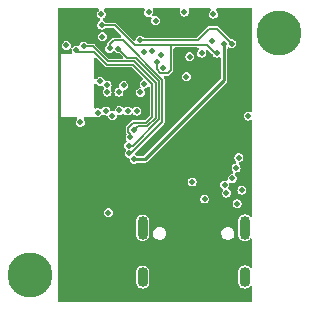
<source format=gbr>
%TF.GenerationSoftware,KiCad,Pcbnew,(6.0.4)*%
%TF.CreationDate,2023-01-18T18:35:58+00:00*%
%TF.ProjectId,PrettySmallRobot,50726574-7479-4536-9d61-6c6c526f626f,rev?*%
%TF.SameCoordinates,Original*%
%TF.FileFunction,Copper,L3,Inr*%
%TF.FilePolarity,Positive*%
%FSLAX46Y46*%
G04 Gerber Fmt 4.6, Leading zero omitted, Abs format (unit mm)*
G04 Created by KiCad (PCBNEW (6.0.4)) date 2023-01-18 18:35:58*
%MOMM*%
%LPD*%
G01*
G04 APERTURE LIST*
%TA.AperFunction,ComponentPad*%
%ADD10C,3.800000*%
%TD*%
%TA.AperFunction,ComponentPad*%
%ADD11O,0.900000X1.700000*%
%TD*%
%TA.AperFunction,ComponentPad*%
%ADD12O,0.900000X2.000000*%
%TD*%
%TA.AperFunction,ViaPad*%
%ADD13C,0.500000*%
%TD*%
%TA.AperFunction,Conductor*%
%ADD14C,0.175000*%
%TD*%
%TA.AperFunction,Conductor*%
%ADD15C,0.150000*%
%TD*%
%TA.AperFunction,Conductor*%
%ADD16C,0.293370*%
%TD*%
%TA.AperFunction,Conductor*%
%ADD17C,0.254000*%
%TD*%
G04 APERTURE END LIST*
D10*
%TO.N,N/C*%
%TO.C,H2*%
X125050000Y-119200000D03*
%TD*%
%TO.N,N/C*%
%TO.C,H1*%
X146150000Y-98700000D03*
%TD*%
D11*
%TO.N,GND*%
%TO.C,J1*%
X143250000Y-119350000D03*
X134600000Y-119350000D03*
D12*
X143250000Y-115180000D03*
X134600000Y-115180000D03*
%TD*%
D13*
%TO.N,GND*%
X143550000Y-105730000D03*
%TO.N,/VBUS*%
X143000000Y-112000000D03*
X142510000Y-110120000D03*
%TO.N,+BATT*%
X140900000Y-100400000D03*
X135786500Y-101180000D03*
X131136000Y-98022276D03*
X141500000Y-99600000D03*
X134390000Y-99310000D03*
X133900000Y-109400000D03*
X142150000Y-99600000D03*
%TO.N,GND*%
X138140000Y-96920000D03*
X138600000Y-100700000D03*
X131600000Y-103700000D03*
X133000000Y-103130000D03*
X131010000Y-102790000D03*
X131600000Y-103100000D03*
X132600000Y-103700000D03*
X141550000Y-111550000D03*
X135700000Y-97660000D03*
X140450000Y-99400000D03*
X131490000Y-105300000D03*
X130800000Y-105450000D03*
X139600000Y-100400000D03*
X141700000Y-112250000D03*
X128150000Y-99750000D03*
X136120000Y-100580000D03*
X142599948Y-113139948D03*
X129340000Y-106250000D03*
X135400000Y-100250000D03*
X132635606Y-105246228D03*
X139850000Y-112750000D03*
X133330000Y-105290000D03*
X140600000Y-97100000D03*
%TO.N,+3V3*%
X128550000Y-106700000D03*
X129150000Y-119350000D03*
X140600000Y-111100000D03*
X142450000Y-101900000D03*
X128550000Y-109800000D03*
X137700000Y-111200000D03*
X131150000Y-99650000D03*
X129950000Y-119600000D03*
X130700000Y-117900000D03*
X140200000Y-102250000D03*
X131350000Y-101900000D03*
%TO.N,/~{RESET}*%
X132050000Y-105700000D03*
X134750000Y-103000000D03*
%TO.N,Net-(R7-Pad1)*%
X138800000Y-111300000D03*
%TO.N,Net-(D1-Pad1)*%
X142200000Y-111000000D03*
%TO.N,Net-(C22-Pad1)*%
X131700000Y-113900000D03*
%TO.N,/MOTORB_OUT1*%
X134750000Y-100300000D03*
%TO.N,/MOTORB_OUT2*%
X131200000Y-99000000D03*
%TO.N,/MOTORB_IN1*%
X133408623Y-108229895D03*
X132530000Y-100010000D03*
%TO.N,/MOTORA_OUT1*%
X131100000Y-97120000D03*
%TO.N,/MOTORA_OUT2*%
X135100000Y-96950000D03*
%TO.N,/MOTORA_IN1*%
X129600000Y-99800000D03*
X133900000Y-106900000D03*
%TO.N,/VDDA*%
X134410000Y-103730000D03*
X138300000Y-102400000D03*
X136300000Y-101650000D03*
%TO.N,/VDD3P3*%
X134100000Y-105300000D03*
%TO.N,/MOTORA_IN2*%
X129000000Y-100170000D03*
X133551500Y-107540000D03*
%TO.N,/MOTORB_IN2*%
X131800000Y-100000000D03*
X133480000Y-108890000D03*
%TO.N,/VDD_SPI*%
X142750000Y-109250000D03*
%TD*%
D14*
%TO.N,+BATT*%
X131163724Y-98050000D02*
X132250000Y-98050000D01*
X137000000Y-99700000D02*
X140050000Y-99700000D01*
X132250000Y-98050000D02*
X133950000Y-99750000D01*
X140900000Y-98350000D02*
X142150000Y-99600000D01*
X140550000Y-100200000D02*
X140750000Y-100400000D01*
X133950000Y-99750000D02*
X134350000Y-99750000D01*
D15*
X136112977Y-102101511D02*
X136748489Y-102101511D01*
X135786500Y-101180000D02*
X135786500Y-101775034D01*
X135786500Y-101775034D02*
X136112977Y-102101511D01*
D14*
X140250000Y-98350000D02*
X140900000Y-98350000D01*
D16*
X141500000Y-102700000D02*
X141500000Y-99600000D01*
D14*
X134400000Y-99300000D02*
X139300000Y-99300000D01*
D16*
X134800000Y-109400000D02*
X141500000Y-102700000D01*
X133900000Y-109400000D02*
X134800000Y-109400000D01*
D15*
X136748489Y-102101511D02*
X137000000Y-101850000D01*
D14*
X134390000Y-99310000D02*
X134400000Y-99300000D01*
X131136000Y-98022276D02*
X131163724Y-98050000D01*
X134400000Y-99700000D02*
X137000000Y-99700000D01*
D15*
X137000000Y-101850000D02*
X137000000Y-99700000D01*
D14*
X140750000Y-100400000D02*
X140900000Y-100400000D01*
X140050000Y-99700000D02*
X140550000Y-100200000D01*
X139300000Y-99300000D02*
X140250000Y-98350000D01*
X134350000Y-99750000D02*
X134400000Y-99700000D01*
D17*
%TO.N,+3V3*%
X127750000Y-106600000D02*
X127550000Y-106400000D01*
X127550000Y-106400000D02*
X127550000Y-100150000D01*
X127750000Y-107300000D02*
X127750000Y-106600000D01*
D15*
%TO.N,/MOTORB_IN1*%
X136000000Y-102797628D02*
X134002372Y-100800000D01*
X134002372Y-100800000D02*
X133320000Y-100800000D01*
X133772477Y-108229895D02*
X136000000Y-106002372D01*
X133320000Y-100800000D02*
X132530000Y-100010000D01*
X136000000Y-106002372D02*
X136000000Y-102797628D01*
X133408623Y-108229895D02*
X133772477Y-108229895D01*
%TO.N,/MOTORA_IN1*%
X135700000Y-105900000D02*
X135700000Y-102900000D01*
X133900000Y-106900000D02*
X134200000Y-106600000D01*
X135000000Y-106600000D02*
X135700000Y-105900000D01*
X131700000Y-101100000D02*
X130400000Y-99800000D01*
X133900000Y-101100000D02*
X131700000Y-101100000D01*
X135700000Y-102900000D02*
X133900000Y-101100000D01*
X134200000Y-106600000D02*
X135000000Y-106600000D01*
X130400000Y-99800000D02*
X129600000Y-99800000D01*
%TO.N,/MOTORA_IN2*%
X135415480Y-103017852D02*
X135415480Y-105782148D01*
X133400000Y-106700000D02*
X133400000Y-107100000D01*
X135415480Y-105782148D02*
X134897628Y-106300000D01*
X133800000Y-106300000D02*
X133400000Y-106700000D01*
X133798814Y-101401186D02*
X135415480Y-103017852D01*
X130497628Y-100300000D02*
X131598814Y-101401186D01*
X133400000Y-107100000D02*
X133551500Y-107251500D01*
X131598814Y-101401186D02*
X133798814Y-101401186D01*
X133551500Y-107251500D02*
X133551500Y-107540000D01*
X129000000Y-100170000D02*
X129130000Y-100300000D01*
X129130000Y-100300000D02*
X130497628Y-100300000D01*
X134897628Y-106300000D02*
X133800000Y-106300000D01*
%TO.N,/MOTORB_IN2*%
X136284520Y-106215480D02*
X136284520Y-102679776D01*
X132904744Y-99300000D02*
X132150000Y-99300000D01*
X131800000Y-99650000D02*
X131800000Y-100000000D01*
X132150000Y-99300000D02*
X131800000Y-99650000D01*
X133480000Y-108890000D02*
X133610000Y-108890000D01*
X133610000Y-108890000D02*
X136284520Y-106215480D01*
X136284520Y-102679776D02*
X132904744Y-99300000D01*
%TD*%
%TA.AperFunction,Conductor*%
%TO.N,+3V3*%
G36*
X134717163Y-96620002D02*
G01*
X134763656Y-96673658D01*
X134773760Y-96743932D01*
X134761308Y-96783204D01*
X134745059Y-96815095D01*
X134736500Y-96831892D01*
X134717794Y-96950000D01*
X134736500Y-97068108D01*
X134790789Y-97174655D01*
X134875345Y-97259211D01*
X134884177Y-97263711D01*
X134884178Y-97263712D01*
X134911816Y-97277794D01*
X134981892Y-97313500D01*
X135100000Y-97332206D01*
X135109793Y-97330655D01*
X135208311Y-97315052D01*
X135208313Y-97315051D01*
X135218108Y-97313500D01*
X135218176Y-97313932D01*
X135282105Y-97312103D01*
X135342904Y-97348764D01*
X135374232Y-97412475D01*
X135366141Y-97483009D01*
X135362345Y-97491168D01*
X135341001Y-97533058D01*
X135336500Y-97541892D01*
X135317794Y-97660000D01*
X135336500Y-97778108D01*
X135350943Y-97806454D01*
X135384431Y-97872176D01*
X135390789Y-97884655D01*
X135475345Y-97969211D01*
X135484177Y-97973711D01*
X135484178Y-97973712D01*
X135528618Y-97996355D01*
X135581892Y-98023500D01*
X135700000Y-98042206D01*
X135818108Y-98023500D01*
X135871382Y-97996355D01*
X135915822Y-97973712D01*
X135915823Y-97973711D01*
X135924655Y-97969211D01*
X136009211Y-97884655D01*
X136015570Y-97872176D01*
X136049057Y-97806454D01*
X136063500Y-97778108D01*
X136082206Y-97660000D01*
X136063500Y-97541892D01*
X136036356Y-97488619D01*
X136013712Y-97444178D01*
X136013711Y-97444177D01*
X136009211Y-97435345D01*
X135924655Y-97350789D01*
X135915823Y-97346289D01*
X135915822Y-97346288D01*
X135842638Y-97308999D01*
X135818108Y-97296500D01*
X135700000Y-97277794D01*
X135690207Y-97279345D01*
X135591689Y-97294948D01*
X135591687Y-97294949D01*
X135581892Y-97296500D01*
X135581824Y-97296068D01*
X135517895Y-97297897D01*
X135457096Y-97261236D01*
X135425768Y-97197525D01*
X135433859Y-97126991D01*
X135437655Y-97118832D01*
X135458999Y-97076942D01*
X135458999Y-97076941D01*
X135463500Y-97068108D01*
X135482206Y-96950000D01*
X135463500Y-96831892D01*
X135454942Y-96815095D01*
X135438692Y-96783204D01*
X135425587Y-96713427D01*
X135452286Y-96647643D01*
X135510313Y-96606736D01*
X135550958Y-96600000D01*
X137673756Y-96600000D01*
X137741877Y-96620002D01*
X137788370Y-96673658D01*
X137798474Y-96743932D01*
X137786023Y-96783203D01*
X137776500Y-96801892D01*
X137774949Y-96811685D01*
X137763468Y-96884178D01*
X137757794Y-96920000D01*
X137776500Y-97038108D01*
X137781001Y-97046941D01*
X137821789Y-97126991D01*
X137830789Y-97144655D01*
X137915345Y-97229211D01*
X137924177Y-97233711D01*
X137924178Y-97233712D01*
X137960463Y-97252200D01*
X138021892Y-97283500D01*
X138140000Y-97302206D01*
X138258108Y-97283500D01*
X138319537Y-97252200D01*
X138355822Y-97233712D01*
X138355823Y-97233711D01*
X138364655Y-97229211D01*
X138449211Y-97144655D01*
X138458212Y-97126991D01*
X138498999Y-97046941D01*
X138503500Y-97038108D01*
X138522206Y-96920000D01*
X138516533Y-96884178D01*
X138505051Y-96811685D01*
X138503500Y-96801892D01*
X138493978Y-96783204D01*
X138480873Y-96713429D01*
X138507572Y-96647643D01*
X138565598Y-96606736D01*
X138606244Y-96600000D01*
X140261944Y-96600000D01*
X140330065Y-96620002D01*
X140376558Y-96673658D01*
X140386662Y-96743932D01*
X140357168Y-96808512D01*
X140351039Y-96815095D01*
X140290789Y-96875345D01*
X140286289Y-96884177D01*
X140286288Y-96884178D01*
X140280598Y-96895345D01*
X140236500Y-96981892D01*
X140217794Y-97100000D01*
X140219345Y-97109793D01*
X140224866Y-97144655D01*
X140236500Y-97218108D01*
X140244451Y-97233712D01*
X140285428Y-97314133D01*
X140290789Y-97324655D01*
X140375345Y-97409211D01*
X140384177Y-97413711D01*
X140384178Y-97413712D01*
X140414597Y-97429211D01*
X140481892Y-97463500D01*
X140600000Y-97482206D01*
X140718108Y-97463500D01*
X140785403Y-97429211D01*
X140815822Y-97413712D01*
X140815823Y-97413711D01*
X140824655Y-97409211D01*
X140909211Y-97324655D01*
X140914573Y-97314133D01*
X140955549Y-97233712D01*
X140963500Y-97218108D01*
X140975134Y-97144655D01*
X140980655Y-97109793D01*
X140982206Y-97100000D01*
X140963500Y-96981892D01*
X140919402Y-96895345D01*
X140913712Y-96884178D01*
X140913711Y-96884177D01*
X140909211Y-96875345D01*
X140848961Y-96815095D01*
X140814935Y-96752783D01*
X140820000Y-96681968D01*
X140862547Y-96625132D01*
X140929067Y-96600321D01*
X140938056Y-96600000D01*
X143774000Y-96600000D01*
X143842121Y-96620002D01*
X143888614Y-96673658D01*
X143900000Y-96726000D01*
X143900000Y-100948918D01*
X143899802Y-100949000D01*
X143899235Y-100949235D01*
X143898918Y-100950000D01*
X143899000Y-100950198D01*
X143899000Y-105278532D01*
X143878998Y-105346653D01*
X143825342Y-105393146D01*
X143755068Y-105403250D01*
X143715797Y-105390799D01*
X143713016Y-105389382D01*
X143668108Y-105366500D01*
X143550000Y-105347794D01*
X143431892Y-105366500D01*
X143384223Y-105390789D01*
X143334178Y-105416288D01*
X143334177Y-105416289D01*
X143325345Y-105420789D01*
X143240789Y-105505345D01*
X143236289Y-105514177D01*
X143236288Y-105514178D01*
X143226718Y-105532961D01*
X143186500Y-105611892D01*
X143167794Y-105730000D01*
X143186500Y-105848108D01*
X143240789Y-105954655D01*
X143325345Y-106039211D01*
X143334177Y-106043711D01*
X143334178Y-106043712D01*
X143358485Y-106056097D01*
X143431892Y-106093500D01*
X143550000Y-106112206D01*
X143668108Y-106093500D01*
X143715797Y-106069201D01*
X143785573Y-106056097D01*
X143851358Y-106082797D01*
X143892265Y-106140824D01*
X143899000Y-106181468D01*
X143899000Y-114155962D01*
X143878998Y-114224083D01*
X143825342Y-114270576D01*
X143755068Y-114280680D01*
X143690488Y-114251186D01*
X143673037Y-114232665D01*
X143666906Y-114224675D01*
X143661878Y-114218122D01*
X143541242Y-114125555D01*
X143400758Y-114067365D01*
X143250000Y-114047517D01*
X143099242Y-114067365D01*
X142958759Y-114125555D01*
X142838122Y-114218122D01*
X142833096Y-114224672D01*
X142797873Y-114270576D01*
X142745555Y-114338759D01*
X142687365Y-114479242D01*
X142672500Y-114592151D01*
X142672500Y-115767849D01*
X142687365Y-115880758D01*
X142745555Y-116021241D01*
X142838122Y-116141878D01*
X142844672Y-116146904D01*
X142844673Y-116146905D01*
X142886137Y-116178721D01*
X142958758Y-116234445D01*
X143099242Y-116292635D01*
X143250000Y-116312483D01*
X143400758Y-116292635D01*
X143541241Y-116234445D01*
X143583793Y-116201794D01*
X143655328Y-116146904D01*
X143661878Y-116141878D01*
X143673037Y-116127335D01*
X143730374Y-116085467D01*
X143801245Y-116081245D01*
X143863148Y-116116008D01*
X143896430Y-116178721D01*
X143899000Y-116204038D01*
X143899000Y-118475962D01*
X143878998Y-118544083D01*
X143825342Y-118590576D01*
X143755068Y-118600680D01*
X143690488Y-118571186D01*
X143673037Y-118552665D01*
X143666906Y-118544675D01*
X143661878Y-118538122D01*
X143541242Y-118445555D01*
X143400758Y-118387365D01*
X143250000Y-118367517D01*
X143099242Y-118387365D01*
X142958759Y-118445555D01*
X142838122Y-118538122D01*
X142745555Y-118658759D01*
X142687365Y-118799242D01*
X142672500Y-118912151D01*
X142672500Y-119787849D01*
X142687365Y-119900758D01*
X142745555Y-120041241D01*
X142838122Y-120161878D01*
X142958758Y-120254445D01*
X143099242Y-120312635D01*
X143250000Y-120332483D01*
X143400758Y-120312635D01*
X143541241Y-120254445D01*
X143661878Y-120161878D01*
X143673037Y-120147335D01*
X143730374Y-120105467D01*
X143801245Y-120101245D01*
X143863148Y-120136008D01*
X143896430Y-120198721D01*
X143899000Y-120224038D01*
X143899000Y-121323000D01*
X143878998Y-121391121D01*
X143825342Y-121437614D01*
X143773000Y-121449000D01*
X127526000Y-121449000D01*
X127457879Y-121428998D01*
X127411386Y-121375342D01*
X127400000Y-121323000D01*
X127400000Y-119787849D01*
X134022500Y-119787849D01*
X134037365Y-119900758D01*
X134095555Y-120041241D01*
X134188122Y-120161878D01*
X134308758Y-120254445D01*
X134449242Y-120312635D01*
X134600000Y-120332483D01*
X134750758Y-120312635D01*
X134891241Y-120254445D01*
X135011878Y-120161878D01*
X135104445Y-120041241D01*
X135162635Y-119900758D01*
X135177500Y-119787849D01*
X135177500Y-118912151D01*
X135162635Y-118799242D01*
X135104445Y-118658759D01*
X135011878Y-118538122D01*
X134891242Y-118445555D01*
X134750758Y-118387365D01*
X134600000Y-118367517D01*
X134449242Y-118387365D01*
X134308759Y-118445555D01*
X134188122Y-118538122D01*
X134095555Y-118658759D01*
X134037365Y-118799242D01*
X134022500Y-118912151D01*
X134022500Y-119787849D01*
X127400000Y-119787849D01*
X127400000Y-115767849D01*
X134022500Y-115767849D01*
X134037365Y-115880758D01*
X134095555Y-116021241D01*
X134188122Y-116141878D01*
X134194672Y-116146904D01*
X134194673Y-116146905D01*
X134236137Y-116178721D01*
X134308758Y-116234445D01*
X134449242Y-116292635D01*
X134600000Y-116312483D01*
X134750758Y-116292635D01*
X134891241Y-116234445D01*
X134933793Y-116201794D01*
X135005328Y-116146904D01*
X135011878Y-116141878D01*
X135087454Y-116043385D01*
X135099416Y-116027795D01*
X135104445Y-116021241D01*
X135162635Y-115880758D01*
X135177500Y-115767849D01*
X135177500Y-115704891D01*
X135480420Y-115704891D01*
X135510233Y-115852743D01*
X135578707Y-115987132D01*
X135680799Y-116098156D01*
X135727860Y-116127335D01*
X135801687Y-116173110D01*
X135801690Y-116173111D01*
X135808986Y-116177635D01*
X135953825Y-116219715D01*
X135960803Y-116220227D01*
X135962208Y-116220331D01*
X135962219Y-116220331D01*
X135964515Y-116220500D01*
X136072785Y-116220500D01*
X136077030Y-116219918D01*
X136077037Y-116219918D01*
X136137522Y-116211632D01*
X136184432Y-116205206D01*
X136242608Y-116180031D01*
X136314971Y-116148717D01*
X136314973Y-116148716D01*
X136322855Y-116145305D01*
X136440070Y-116050386D01*
X136527442Y-115927442D01*
X136578533Y-115785532D01*
X136584455Y-115704891D01*
X141260420Y-115704891D01*
X141290233Y-115852743D01*
X141358707Y-115987132D01*
X141460799Y-116098156D01*
X141507860Y-116127335D01*
X141581687Y-116173110D01*
X141581690Y-116173111D01*
X141588986Y-116177635D01*
X141733825Y-116219715D01*
X141740803Y-116220227D01*
X141742208Y-116220331D01*
X141742219Y-116220331D01*
X141744515Y-116220500D01*
X141852785Y-116220500D01*
X141857030Y-116219918D01*
X141857037Y-116219918D01*
X141917522Y-116211632D01*
X141964432Y-116205206D01*
X142022608Y-116180031D01*
X142094971Y-116148717D01*
X142094973Y-116148716D01*
X142102855Y-116145305D01*
X142220070Y-116050386D01*
X142307442Y-115927442D01*
X142358533Y-115785532D01*
X142369580Y-115635109D01*
X142339767Y-115487257D01*
X142271293Y-115352868D01*
X142169201Y-115241844D01*
X142087654Y-115191283D01*
X142048313Y-115166890D01*
X142048310Y-115166889D01*
X142041014Y-115162365D01*
X141896175Y-115120285D01*
X141889197Y-115119773D01*
X141887792Y-115119669D01*
X141887781Y-115119669D01*
X141885485Y-115119500D01*
X141777215Y-115119500D01*
X141772970Y-115120082D01*
X141772963Y-115120082D01*
X141712478Y-115128368D01*
X141665568Y-115134794D01*
X141657684Y-115138206D01*
X141657683Y-115138206D01*
X141535029Y-115191283D01*
X141535027Y-115191284D01*
X141527145Y-115194695D01*
X141409930Y-115289614D01*
X141322558Y-115412558D01*
X141271467Y-115554468D01*
X141260420Y-115704891D01*
X136584455Y-115704891D01*
X136589580Y-115635109D01*
X136559767Y-115487257D01*
X136491293Y-115352868D01*
X136389201Y-115241844D01*
X136307654Y-115191283D01*
X136268313Y-115166890D01*
X136268310Y-115166889D01*
X136261014Y-115162365D01*
X136116175Y-115120285D01*
X136109197Y-115119773D01*
X136107792Y-115119669D01*
X136107781Y-115119669D01*
X136105485Y-115119500D01*
X135997215Y-115119500D01*
X135992970Y-115120082D01*
X135992963Y-115120082D01*
X135932478Y-115128368D01*
X135885568Y-115134794D01*
X135877684Y-115138206D01*
X135877683Y-115138206D01*
X135755029Y-115191283D01*
X135755027Y-115191284D01*
X135747145Y-115194695D01*
X135629930Y-115289614D01*
X135542558Y-115412558D01*
X135491467Y-115554468D01*
X135480420Y-115704891D01*
X135177500Y-115704891D01*
X135177500Y-114592151D01*
X135162635Y-114479242D01*
X135104445Y-114338759D01*
X135011878Y-114218122D01*
X134891242Y-114125555D01*
X134750758Y-114067365D01*
X134600000Y-114047517D01*
X134449242Y-114067365D01*
X134308759Y-114125555D01*
X134188122Y-114218122D01*
X134183096Y-114224672D01*
X134147873Y-114270576D01*
X134095555Y-114338759D01*
X134037365Y-114479242D01*
X134022500Y-114592151D01*
X134022500Y-115767849D01*
X127400000Y-115767849D01*
X127400000Y-113900000D01*
X131317794Y-113900000D01*
X131336500Y-114018108D01*
X131390789Y-114124655D01*
X131475345Y-114209211D01*
X131484177Y-114213711D01*
X131484178Y-114213712D01*
X131528618Y-114236355D01*
X131581892Y-114263500D01*
X131700000Y-114282206D01*
X131818108Y-114263500D01*
X131871381Y-114236356D01*
X131915822Y-114213712D01*
X131915823Y-114213711D01*
X131924655Y-114209211D01*
X132009211Y-114124655D01*
X132063500Y-114018108D01*
X132082206Y-113900000D01*
X132063500Y-113781892D01*
X132009211Y-113675345D01*
X131924655Y-113590789D01*
X131915823Y-113586289D01*
X131915822Y-113586288D01*
X131871382Y-113563645D01*
X131818108Y-113536500D01*
X131700000Y-113517794D01*
X131581892Y-113536500D01*
X131528619Y-113563644D01*
X131484178Y-113586288D01*
X131484177Y-113586289D01*
X131475345Y-113590789D01*
X131390789Y-113675345D01*
X131336500Y-113781892D01*
X131317794Y-113900000D01*
X127400000Y-113900000D01*
X127400000Y-113139948D01*
X142217742Y-113139948D01*
X142236448Y-113258056D01*
X142290737Y-113364603D01*
X142375293Y-113449159D01*
X142384125Y-113453659D01*
X142384126Y-113453660D01*
X142428567Y-113476304D01*
X142481840Y-113503448D01*
X142599948Y-113522154D01*
X142718056Y-113503448D01*
X142771329Y-113476304D01*
X142815770Y-113453660D01*
X142815771Y-113453659D01*
X142824603Y-113449159D01*
X142909159Y-113364603D01*
X142963448Y-113258056D01*
X142982154Y-113139948D01*
X142963448Y-113021840D01*
X142909159Y-112915293D01*
X142824603Y-112830737D01*
X142815771Y-112826237D01*
X142815770Y-112826236D01*
X142771329Y-112803592D01*
X142718056Y-112776448D01*
X142599948Y-112757742D01*
X142481840Y-112776448D01*
X142428567Y-112803592D01*
X142384126Y-112826236D01*
X142384125Y-112826237D01*
X142375293Y-112830737D01*
X142290737Y-112915293D01*
X142236448Y-113021840D01*
X142217742Y-113139948D01*
X127400000Y-113139948D01*
X127400000Y-112750000D01*
X139467794Y-112750000D01*
X139486500Y-112868108D01*
X139540789Y-112974655D01*
X139625345Y-113059211D01*
X139634177Y-113063711D01*
X139634178Y-113063712D01*
X139678618Y-113086355D01*
X139731892Y-113113500D01*
X139850000Y-113132206D01*
X139968108Y-113113500D01*
X140021382Y-113086355D01*
X140065822Y-113063712D01*
X140065823Y-113063711D01*
X140074655Y-113059211D01*
X140159211Y-112974655D01*
X140213500Y-112868108D01*
X140232206Y-112750000D01*
X140213500Y-112631892D01*
X140176467Y-112559211D01*
X140163712Y-112534178D01*
X140163711Y-112534177D01*
X140159211Y-112525345D01*
X140074655Y-112440789D01*
X140065823Y-112436289D01*
X140065822Y-112436288D01*
X140021382Y-112413645D01*
X139968108Y-112386500D01*
X139850000Y-112367794D01*
X139731892Y-112386500D01*
X139678618Y-112413645D01*
X139634178Y-112436288D01*
X139634177Y-112436289D01*
X139625345Y-112440789D01*
X139540789Y-112525345D01*
X139536289Y-112534177D01*
X139536288Y-112534178D01*
X139523533Y-112559211D01*
X139486500Y-112631892D01*
X139467794Y-112750000D01*
X127400000Y-112750000D01*
X127400000Y-111300000D01*
X138417794Y-111300000D01*
X138436500Y-111418108D01*
X138444118Y-111433059D01*
X138479995Y-111503470D01*
X138490789Y-111524655D01*
X138575345Y-111609211D01*
X138584177Y-111613711D01*
X138584178Y-111613712D01*
X138625858Y-111634949D01*
X138681892Y-111663500D01*
X138800000Y-111682206D01*
X138918108Y-111663500D01*
X138974142Y-111634949D01*
X139015822Y-111613712D01*
X139015823Y-111613711D01*
X139024655Y-111609211D01*
X139083866Y-111550000D01*
X141167794Y-111550000D01*
X141186500Y-111668108D01*
X141240789Y-111774655D01*
X141325345Y-111859211D01*
X141334177Y-111863711D01*
X141342205Y-111869544D01*
X141341087Y-111871082D01*
X141383850Y-111911469D01*
X141400917Y-111980383D01*
X141387300Y-112032192D01*
X141336500Y-112131892D01*
X141317794Y-112250000D01*
X141336500Y-112368108D01*
X141348165Y-112391001D01*
X141377106Y-112447800D01*
X141390789Y-112474655D01*
X141475345Y-112559211D01*
X141484177Y-112563711D01*
X141484178Y-112563712D01*
X141528619Y-112586356D01*
X141581892Y-112613500D01*
X141700000Y-112632206D01*
X141818108Y-112613500D01*
X141871381Y-112586356D01*
X141915822Y-112563712D01*
X141915823Y-112563711D01*
X141924655Y-112559211D01*
X142009211Y-112474655D01*
X142022895Y-112447800D01*
X142051835Y-112391001D01*
X142063500Y-112368108D01*
X142082206Y-112250000D01*
X142063500Y-112131892D01*
X142009211Y-112025345D01*
X141983866Y-112000000D01*
X142617794Y-112000000D01*
X142636500Y-112118108D01*
X142690789Y-112224655D01*
X142775345Y-112309211D01*
X142784177Y-112313711D01*
X142784178Y-112313712D01*
X142828619Y-112336356D01*
X142881892Y-112363500D01*
X143000000Y-112382206D01*
X143118108Y-112363500D01*
X143171381Y-112336356D01*
X143215822Y-112313712D01*
X143215823Y-112313711D01*
X143224655Y-112309211D01*
X143309211Y-112224655D01*
X143363500Y-112118108D01*
X143382206Y-112000000D01*
X143363500Y-111881892D01*
X143309211Y-111775345D01*
X143224655Y-111690789D01*
X143215823Y-111686289D01*
X143215822Y-111686288D01*
X143160922Y-111658315D01*
X143118108Y-111636500D01*
X143000000Y-111617794D01*
X142881892Y-111636500D01*
X142839078Y-111658315D01*
X142784178Y-111686288D01*
X142784177Y-111686289D01*
X142775345Y-111690789D01*
X142690789Y-111775345D01*
X142636500Y-111881892D01*
X142617794Y-112000000D01*
X141983866Y-112000000D01*
X141924655Y-111940789D01*
X141915823Y-111936289D01*
X141907795Y-111930456D01*
X141908913Y-111928918D01*
X141866150Y-111888531D01*
X141849083Y-111819617D01*
X141862700Y-111767808D01*
X141908999Y-111676942D01*
X141908999Y-111676941D01*
X141913500Y-111668108D01*
X141932206Y-111550000D01*
X141924836Y-111503468D01*
X141933935Y-111433059D01*
X141979657Y-111378745D01*
X142047485Y-111357772D01*
X142080412Y-111362746D01*
X142081892Y-111363500D01*
X142200000Y-111382206D01*
X142221853Y-111378745D01*
X142308315Y-111365051D01*
X142318108Y-111363500D01*
X142392991Y-111325345D01*
X142415822Y-111313712D01*
X142415823Y-111313711D01*
X142424655Y-111309211D01*
X142509211Y-111224655D01*
X142529443Y-111184949D01*
X142558999Y-111126941D01*
X142563500Y-111118108D01*
X142582206Y-111000000D01*
X142563500Y-110881892D01*
X142509211Y-110775345D01*
X142448385Y-110714519D01*
X142414359Y-110652207D01*
X142419424Y-110581392D01*
X142461971Y-110524556D01*
X142517769Y-110500976D01*
X142591655Y-110489273D01*
X142618316Y-110485051D01*
X142618317Y-110485051D01*
X142628108Y-110483500D01*
X142681382Y-110456355D01*
X142725822Y-110433712D01*
X142725823Y-110433711D01*
X142734655Y-110429211D01*
X142819211Y-110344655D01*
X142873500Y-110238108D01*
X142892206Y-110120000D01*
X142873500Y-110001892D01*
X142819211Y-109895345D01*
X142757447Y-109833581D01*
X142723421Y-109771269D01*
X142728486Y-109700454D01*
X142771033Y-109643618D01*
X142826832Y-109620037D01*
X142868108Y-109613500D01*
X142923855Y-109585095D01*
X142965822Y-109563712D01*
X142965823Y-109563711D01*
X142974655Y-109559211D01*
X143059211Y-109474655D01*
X143113500Y-109368108D01*
X143132206Y-109250000D01*
X143113500Y-109131892D01*
X143059211Y-109025345D01*
X142974655Y-108940789D01*
X142965823Y-108936289D01*
X142965822Y-108936288D01*
X142921382Y-108913645D01*
X142868108Y-108886500D01*
X142750000Y-108867794D01*
X142631892Y-108886500D01*
X142578619Y-108913644D01*
X142534178Y-108936288D01*
X142534177Y-108936289D01*
X142525345Y-108940789D01*
X142440789Y-109025345D01*
X142386500Y-109131892D01*
X142367794Y-109250000D01*
X142386500Y-109368108D01*
X142440789Y-109474655D01*
X142502553Y-109536419D01*
X142536579Y-109598731D01*
X142531514Y-109669546D01*
X142488967Y-109726382D01*
X142433168Y-109749963D01*
X142391892Y-109756500D01*
X142378154Y-109763500D01*
X142294178Y-109806288D01*
X142294177Y-109806289D01*
X142285345Y-109810789D01*
X142200789Y-109895345D01*
X142146500Y-110001892D01*
X142127794Y-110120000D01*
X142146500Y-110238108D01*
X142200789Y-110344655D01*
X142261615Y-110405481D01*
X142295641Y-110467793D01*
X142290576Y-110538608D01*
X142248029Y-110595444D01*
X142192231Y-110619024D01*
X142118345Y-110630727D01*
X142091684Y-110634949D01*
X142091683Y-110634949D01*
X142081892Y-110636500D01*
X142051066Y-110652207D01*
X141984178Y-110686288D01*
X141984177Y-110686289D01*
X141975345Y-110690789D01*
X141890789Y-110775345D01*
X141836500Y-110881892D01*
X141817794Y-111000000D01*
X141825164Y-111046532D01*
X141816065Y-111116941D01*
X141770343Y-111171255D01*
X141702515Y-111192228D01*
X141669588Y-111187254D01*
X141668108Y-111186500D01*
X141550000Y-111167794D01*
X141540207Y-111169345D01*
X141516757Y-111173059D01*
X141431892Y-111186500D01*
X141378619Y-111213644D01*
X141334178Y-111236288D01*
X141334177Y-111236289D01*
X141325345Y-111240789D01*
X141240789Y-111325345D01*
X141236289Y-111334177D01*
X141236288Y-111334178D01*
X141213645Y-111378618D01*
X141186500Y-111431892D01*
X141167794Y-111550000D01*
X139083866Y-111550000D01*
X139109211Y-111524655D01*
X139120006Y-111503470D01*
X139155882Y-111433059D01*
X139163500Y-111418108D01*
X139182206Y-111300000D01*
X139163500Y-111181892D01*
X139131000Y-111118108D01*
X139113712Y-111084178D01*
X139113711Y-111084177D01*
X139109211Y-111075345D01*
X139024655Y-110990789D01*
X139015823Y-110986289D01*
X139015822Y-110986288D01*
X138971381Y-110963644D01*
X138918108Y-110936500D01*
X138800000Y-110917794D01*
X138681892Y-110936500D01*
X138628618Y-110963645D01*
X138584178Y-110986288D01*
X138584177Y-110986289D01*
X138575345Y-110990789D01*
X138490789Y-111075345D01*
X138486289Y-111084177D01*
X138486288Y-111084178D01*
X138469000Y-111118108D01*
X138436500Y-111181892D01*
X138417794Y-111300000D01*
X127400000Y-111300000D01*
X127400000Y-105926000D01*
X127420002Y-105857879D01*
X127473658Y-105811386D01*
X127526000Y-105800000D01*
X128951944Y-105800000D01*
X129020065Y-105820002D01*
X129066558Y-105873658D01*
X129076662Y-105943932D01*
X129047168Y-106008512D01*
X129041039Y-106015095D01*
X129030789Y-106025345D01*
X129026289Y-106034177D01*
X129026288Y-106034178D01*
X129008443Y-106069201D01*
X128976500Y-106131892D01*
X128957794Y-106250000D01*
X128976500Y-106368108D01*
X129030789Y-106474655D01*
X129115345Y-106559211D01*
X129124177Y-106563711D01*
X129124178Y-106563712D01*
X129168619Y-106586356D01*
X129221892Y-106613500D01*
X129340000Y-106632206D01*
X129458108Y-106613500D01*
X129511382Y-106586355D01*
X129555822Y-106563712D01*
X129555823Y-106563711D01*
X129564655Y-106559211D01*
X129649211Y-106474655D01*
X129703500Y-106368108D01*
X129722206Y-106250000D01*
X129703500Y-106131892D01*
X129671557Y-106069201D01*
X129653712Y-106034178D01*
X129653711Y-106034177D01*
X129649211Y-106025345D01*
X129638961Y-106015095D01*
X129604935Y-105952783D01*
X129610000Y-105881968D01*
X129652547Y-105825132D01*
X129719067Y-105800321D01*
X129728056Y-105800000D01*
X130500000Y-105800000D01*
X130500000Y-105794681D01*
X130524651Y-105787443D01*
X130538071Y-105778819D01*
X130609068Y-105778822D01*
X130630768Y-105787451D01*
X130673056Y-105808998D01*
X130681892Y-105813500D01*
X130800000Y-105832206D01*
X130918108Y-105813500D01*
X130971381Y-105786356D01*
X131015822Y-105763712D01*
X131015823Y-105763711D01*
X131024655Y-105759211D01*
X131109211Y-105674655D01*
X131113711Y-105665823D01*
X131119544Y-105657795D01*
X131122126Y-105659671D01*
X131159406Y-105620196D01*
X131228320Y-105603127D01*
X131280131Y-105616745D01*
X131371892Y-105663500D01*
X131490000Y-105682206D01*
X131499793Y-105680655D01*
X131499794Y-105680655D01*
X131536246Y-105674882D01*
X131606657Y-105683982D01*
X131660970Y-105729705D01*
X131680404Y-105779619D01*
X131681645Y-105787451D01*
X131686500Y-105818108D01*
X131740789Y-105924655D01*
X131825345Y-106009211D01*
X131834177Y-106013711D01*
X131834178Y-106013712D01*
X131857009Y-106025345D01*
X131931892Y-106063500D01*
X132050000Y-106082206D01*
X132168108Y-106063500D01*
X132242991Y-106025345D01*
X132265822Y-106013712D01*
X132265823Y-106013711D01*
X132274655Y-106009211D01*
X132359211Y-105924655D01*
X132413500Y-105818108D01*
X132428530Y-105723207D01*
X132458942Y-105659055D01*
X132519210Y-105621528D01*
X132572688Y-105618469D01*
X132635606Y-105628434D01*
X132753714Y-105609728D01*
X132835397Y-105568108D01*
X132851428Y-105559940D01*
X132851429Y-105559939D01*
X132860261Y-105555439D01*
X132871822Y-105543878D01*
X132934134Y-105509852D01*
X133004949Y-105514917D01*
X133050012Y-105543878D01*
X133105345Y-105599211D01*
X133114177Y-105603711D01*
X133114178Y-105603712D01*
X133146530Y-105620196D01*
X133211892Y-105653500D01*
X133330000Y-105672206D01*
X133448108Y-105653500D01*
X133513470Y-105620196D01*
X133545822Y-105603712D01*
X133545823Y-105603711D01*
X133554655Y-105599211D01*
X133620905Y-105532961D01*
X133683217Y-105498935D01*
X133754032Y-105504000D01*
X133799095Y-105532961D01*
X133875345Y-105609211D01*
X133884177Y-105613711D01*
X133884178Y-105613712D01*
X133896904Y-105620196D01*
X133981892Y-105663500D01*
X134100000Y-105682206D01*
X134218108Y-105663500D01*
X134303096Y-105620196D01*
X134315822Y-105613712D01*
X134315823Y-105613711D01*
X134324655Y-105609211D01*
X134409211Y-105524655D01*
X134414307Y-105514655D01*
X134436355Y-105471382D01*
X134463500Y-105418108D01*
X134482206Y-105300000D01*
X134463500Y-105181892D01*
X134436355Y-105128618D01*
X134413712Y-105084178D01*
X134413711Y-105084177D01*
X134409211Y-105075345D01*
X134324655Y-104990789D01*
X134315823Y-104986289D01*
X134315822Y-104986288D01*
X134232882Y-104944028D01*
X134218108Y-104936500D01*
X134100000Y-104917794D01*
X133981892Y-104936500D01*
X133967118Y-104944028D01*
X133884178Y-104986288D01*
X133884177Y-104986289D01*
X133875345Y-104990789D01*
X133809095Y-105057039D01*
X133746783Y-105091065D01*
X133675968Y-105086000D01*
X133630905Y-105057039D01*
X133554655Y-104980789D01*
X133545823Y-104976289D01*
X133545822Y-104976288D01*
X133482508Y-104944028D01*
X133448108Y-104926500D01*
X133330000Y-104907794D01*
X133211892Y-104926500D01*
X133177492Y-104944028D01*
X133114178Y-104976288D01*
X133114177Y-104976289D01*
X133105345Y-104980789D01*
X133093784Y-104992350D01*
X133031472Y-105026376D01*
X132960657Y-105021311D01*
X132915594Y-104992350D01*
X132860261Y-104937017D01*
X132851429Y-104932517D01*
X132851428Y-104932516D01*
X132802908Y-104907794D01*
X132753714Y-104882728D01*
X132635606Y-104864022D01*
X132517498Y-104882728D01*
X132468304Y-104907794D01*
X132419784Y-104932516D01*
X132419783Y-104932517D01*
X132410951Y-104937017D01*
X132326395Y-105021573D01*
X132272106Y-105128120D01*
X132258167Y-105216134D01*
X132257076Y-105223020D01*
X132226664Y-105287173D01*
X132166396Y-105324700D01*
X132112918Y-105327759D01*
X132050000Y-105317794D01*
X132040207Y-105319345D01*
X132040206Y-105319345D01*
X132003754Y-105325118D01*
X131933343Y-105316018D01*
X131879030Y-105270295D01*
X131859596Y-105220381D01*
X131855051Y-105191683D01*
X131855050Y-105191681D01*
X131853500Y-105181892D01*
X131826355Y-105128618D01*
X131803712Y-105084178D01*
X131803711Y-105084177D01*
X131799211Y-105075345D01*
X131714655Y-104990789D01*
X131705823Y-104986289D01*
X131705822Y-104986288D01*
X131622882Y-104944028D01*
X131608108Y-104936500D01*
X131490000Y-104917794D01*
X131371892Y-104936500D01*
X131357118Y-104944028D01*
X131274178Y-104986288D01*
X131274177Y-104986289D01*
X131265345Y-104990789D01*
X131180789Y-105075345D01*
X131176289Y-105084177D01*
X131170456Y-105092205D01*
X131167874Y-105090329D01*
X131130594Y-105129804D01*
X131061680Y-105146873D01*
X131009869Y-105133255D01*
X130936099Y-105095667D01*
X130918108Y-105086500D01*
X130800000Y-105067794D01*
X130790207Y-105069345D01*
X130691683Y-105084949D01*
X130691681Y-105084950D01*
X130681892Y-105086500D01*
X130673061Y-105091000D01*
X130664935Y-105093640D01*
X130593968Y-105095667D01*
X130533170Y-105059004D01*
X130501845Y-104995292D01*
X130500000Y-104973807D01*
X130500000Y-103118056D01*
X130520002Y-103049935D01*
X130573658Y-103003442D01*
X130643932Y-102993338D01*
X130708512Y-103022832D01*
X130715095Y-103028961D01*
X130785345Y-103099211D01*
X130794177Y-103103711D01*
X130794178Y-103103712D01*
X130838619Y-103126356D01*
X130891892Y-103153500D01*
X131010000Y-103172206D01*
X131107529Y-103156759D01*
X131177938Y-103165859D01*
X131232252Y-103211581D01*
X131239503Y-103224001D01*
X131290789Y-103324655D01*
X131294507Y-103328373D01*
X131317498Y-103392802D01*
X131301420Y-103461954D01*
X131296457Y-103469677D01*
X131290789Y-103475345D01*
X131236500Y-103581892D01*
X131217794Y-103700000D01*
X131236500Y-103818108D01*
X131290789Y-103924655D01*
X131375345Y-104009211D01*
X131384177Y-104013711D01*
X131384178Y-104013712D01*
X131420463Y-104032200D01*
X131481892Y-104063500D01*
X131600000Y-104082206D01*
X131718108Y-104063500D01*
X131779537Y-104032200D01*
X131815822Y-104013712D01*
X131815823Y-104013711D01*
X131824655Y-104009211D01*
X131909211Y-103924655D01*
X131963500Y-103818108D01*
X131975551Y-103742019D01*
X131995098Y-103700784D01*
X131994382Y-103699216D01*
X132204902Y-103699216D01*
X132224449Y-103742019D01*
X132236500Y-103818108D01*
X132290789Y-103924655D01*
X132375345Y-104009211D01*
X132384177Y-104013711D01*
X132384178Y-104013712D01*
X132420463Y-104032200D01*
X132481892Y-104063500D01*
X132600000Y-104082206D01*
X132718108Y-104063500D01*
X132779537Y-104032200D01*
X132815822Y-104013712D01*
X132815823Y-104013711D01*
X132824655Y-104009211D01*
X132909211Y-103924655D01*
X132963500Y-103818108D01*
X132982206Y-103700000D01*
X132975551Y-103657981D01*
X132973337Y-103643998D01*
X132982437Y-103573587D01*
X133028160Y-103519274D01*
X133078076Y-103499840D01*
X133118108Y-103493500D01*
X133180020Y-103461954D01*
X133215822Y-103443712D01*
X133215823Y-103443711D01*
X133224655Y-103439211D01*
X133309211Y-103354655D01*
X133363500Y-103248108D01*
X133382206Y-103130000D01*
X133378043Y-103103712D01*
X133365051Y-103021685D01*
X133363500Y-103011892D01*
X133309211Y-102905345D01*
X133224655Y-102820789D01*
X133215823Y-102816289D01*
X133215822Y-102816288D01*
X133156944Y-102786288D01*
X133118108Y-102766500D01*
X133000000Y-102747794D01*
X132881892Y-102766500D01*
X132843056Y-102786288D01*
X132784178Y-102816288D01*
X132784177Y-102816289D01*
X132775345Y-102820789D01*
X132690789Y-102905345D01*
X132636500Y-103011892D01*
X132634949Y-103021685D01*
X132621958Y-103103712D01*
X132617794Y-103130000D01*
X132619345Y-103139793D01*
X132619345Y-103139794D01*
X132626663Y-103186002D01*
X132617563Y-103256413D01*
X132571840Y-103310726D01*
X132521924Y-103330160D01*
X132481892Y-103336500D01*
X132428902Y-103363500D01*
X132384178Y-103386288D01*
X132384177Y-103386289D01*
X132375345Y-103390789D01*
X132290789Y-103475345D01*
X132286289Y-103484177D01*
X132286288Y-103484178D01*
X132283832Y-103488999D01*
X132236500Y-103581892D01*
X132234949Y-103591685D01*
X132224449Y-103657981D01*
X132204902Y-103699216D01*
X131994382Y-103699216D01*
X131975551Y-103657981D01*
X131965051Y-103591685D01*
X131963500Y-103581892D01*
X131909211Y-103475345D01*
X131905493Y-103471627D01*
X131882502Y-103407198D01*
X131898580Y-103338046D01*
X131903543Y-103330323D01*
X131909211Y-103324655D01*
X131963500Y-103218108D01*
X131982206Y-103100000D01*
X131963500Y-102981892D01*
X131925905Y-102908108D01*
X131913712Y-102884178D01*
X131913711Y-102884177D01*
X131909211Y-102875345D01*
X131824655Y-102790789D01*
X131815823Y-102786289D01*
X131815822Y-102786288D01*
X131740273Y-102747794D01*
X131718108Y-102736500D01*
X131600000Y-102717794D01*
X131502471Y-102733241D01*
X131432062Y-102724141D01*
X131377748Y-102678419D01*
X131370495Y-102665995D01*
X131365884Y-102656945D01*
X131319211Y-102565345D01*
X131234655Y-102480789D01*
X131225823Y-102476289D01*
X131225822Y-102476288D01*
X131181382Y-102453645D01*
X131128108Y-102426500D01*
X131010000Y-102407794D01*
X130891892Y-102426500D01*
X130838618Y-102453645D01*
X130794178Y-102476288D01*
X130794177Y-102476289D01*
X130785345Y-102480789D01*
X130715095Y-102551039D01*
X130652783Y-102585065D01*
X130581968Y-102580000D01*
X130525132Y-102537453D01*
X130500321Y-102470933D01*
X130500000Y-102461944D01*
X130500000Y-100892940D01*
X130520002Y-100824819D01*
X130573658Y-100778326D01*
X130643932Y-100768222D01*
X130708512Y-100797716D01*
X130715095Y-100803845D01*
X131429612Y-101518362D01*
X131431398Y-101520363D01*
X131436260Y-101530487D01*
X131458158Y-101547999D01*
X131464835Y-101553975D01*
X131466762Y-101555512D01*
X131471769Y-101560519D01*
X131477759Y-101564284D01*
X131480129Y-101566174D01*
X131486911Y-101570994D01*
X131497328Y-101579325D01*
X131497331Y-101579327D01*
X131508413Y-101588189D01*
X131520051Y-101590865D01*
X131530163Y-101597221D01*
X131554785Y-101600005D01*
X131557527Y-101600315D01*
X131566022Y-101601767D01*
X131568856Y-101602089D01*
X131575803Y-101603686D01*
X131582931Y-101603686D01*
X131585583Y-101603987D01*
X131594405Y-101604484D01*
X131607866Y-101606006D01*
X131607867Y-101606006D01*
X131621967Y-101607600D01*
X131632714Y-101603847D01*
X131635593Y-101603686D01*
X133662746Y-101603686D01*
X133730867Y-101623688D01*
X133751841Y-101640591D01*
X134586014Y-102474764D01*
X134620040Y-102537076D01*
X134614975Y-102607891D01*
X134572428Y-102664727D01*
X134554123Y-102676125D01*
X134534180Y-102686287D01*
X134534179Y-102686288D01*
X134525345Y-102690789D01*
X134440789Y-102775345D01*
X134386500Y-102881892D01*
X134367794Y-103000000D01*
X134386500Y-103118108D01*
X134391002Y-103126943D01*
X134391002Y-103126944D01*
X134417813Y-103179563D01*
X134430918Y-103249340D01*
X134404218Y-103315125D01*
X134346191Y-103356032D01*
X134325258Y-103361215D01*
X134291892Y-103366500D01*
X134275061Y-103375076D01*
X134194178Y-103416288D01*
X134194177Y-103416289D01*
X134185345Y-103420789D01*
X134100789Y-103505345D01*
X134096289Y-103514177D01*
X134096288Y-103514178D01*
X134077813Y-103550437D01*
X134046500Y-103611892D01*
X134027794Y-103730000D01*
X134046500Y-103848108D01*
X134100789Y-103954655D01*
X134185345Y-104039211D01*
X134194177Y-104043711D01*
X134194178Y-104043712D01*
X134224181Y-104058999D01*
X134291892Y-104093500D01*
X134410000Y-104112206D01*
X134528108Y-104093500D01*
X134595819Y-104058999D01*
X134625822Y-104043712D01*
X134625823Y-104043711D01*
X134634655Y-104039211D01*
X134719211Y-103954655D01*
X134773500Y-103848108D01*
X134792206Y-103730000D01*
X134773500Y-103611892D01*
X134758214Y-103581892D01*
X134742187Y-103550437D01*
X134729082Y-103480660D01*
X134755782Y-103414875D01*
X134813809Y-103373968D01*
X134834742Y-103368785D01*
X134868108Y-103363500D01*
X134944345Y-103324655D01*
X134965822Y-103313712D01*
X134965823Y-103313711D01*
X134974655Y-103309211D01*
X134997885Y-103285981D01*
X135060197Y-103251955D01*
X135131012Y-103257020D01*
X135187848Y-103299567D01*
X135212659Y-103366087D01*
X135212980Y-103375076D01*
X135212980Y-105646080D01*
X135192978Y-105714201D01*
X135176075Y-105735175D01*
X134850655Y-106060595D01*
X134788343Y-106094621D01*
X134761560Y-106097500D01*
X133836779Y-106097500D01*
X133834107Y-106097348D01*
X133823513Y-106093628D01*
X133809413Y-106095197D01*
X133809412Y-106095197D01*
X133795664Y-106096727D01*
X133786674Y-106097226D01*
X133784240Y-106097500D01*
X133777169Y-106097500D01*
X133770280Y-106099071D01*
X133767296Y-106099407D01*
X133759059Y-106100800D01*
X133745794Y-106102276D01*
X133745792Y-106102277D01*
X133731692Y-106103846D01*
X133721571Y-106110183D01*
X133709926Y-106112839D01*
X133698828Y-106121682D01*
X133698827Y-106121683D01*
X133688389Y-106130001D01*
X133681350Y-106134985D01*
X133679123Y-106136758D01*
X133673082Y-106140540D01*
X133668041Y-106145581D01*
X133665956Y-106147241D01*
X133659371Y-106153124D01*
X133637672Y-106170415D01*
X133632727Y-106180667D01*
X133630801Y-106182821D01*
X133282824Y-106530798D01*
X133280823Y-106532584D01*
X133270699Y-106537446D01*
X133253187Y-106559344D01*
X133247211Y-106566021D01*
X133245674Y-106567948D01*
X133240667Y-106572955D01*
X133236902Y-106578945D01*
X133235012Y-106581315D01*
X133230192Y-106588097D01*
X133221861Y-106598514D01*
X133221859Y-106598517D01*
X133212997Y-106609599D01*
X133210321Y-106621237D01*
X133203965Y-106631349D01*
X133202371Y-106645451D01*
X133200871Y-106658713D01*
X133199419Y-106667208D01*
X133199097Y-106670042D01*
X133197500Y-106676989D01*
X133197500Y-106684117D01*
X133197199Y-106686769D01*
X133196702Y-106695591D01*
X133193586Y-106723153D01*
X133197339Y-106733900D01*
X133197500Y-106736779D01*
X133197500Y-107063213D01*
X133197348Y-107065891D01*
X133193627Y-107076487D01*
X133195196Y-107090586D01*
X133195196Y-107090587D01*
X133196727Y-107104341D01*
X133197224Y-107113306D01*
X133197500Y-107115757D01*
X133197500Y-107122831D01*
X133199074Y-107129729D01*
X133199412Y-107132733D01*
X133200800Y-107140940D01*
X133203846Y-107168308D01*
X133210183Y-107178429D01*
X133212839Y-107190074D01*
X133221683Y-107201173D01*
X133227836Y-107213958D01*
X133226030Y-107214827D01*
X133245990Y-107263776D01*
X133232907Y-107333758D01*
X133188000Y-107421892D01*
X133169294Y-107540000D01*
X133188000Y-107658108D01*
X133192501Y-107666941D01*
X133236411Y-107753119D01*
X133249515Y-107822895D01*
X133222815Y-107888680D01*
X133198206Y-107912258D01*
X133192809Y-107916179D01*
X133183968Y-107920684D01*
X133099412Y-108005240D01*
X133045123Y-108111787D01*
X133026417Y-108229895D01*
X133045123Y-108348003D01*
X133099412Y-108454550D01*
X133154473Y-108509611D01*
X133188499Y-108571923D01*
X133183434Y-108642738D01*
X133171887Y-108664247D01*
X133170789Y-108665345D01*
X133116500Y-108771892D01*
X133097794Y-108890000D01*
X133116500Y-109008108D01*
X133130452Y-109035490D01*
X133166284Y-109105813D01*
X133170789Y-109114655D01*
X133255345Y-109199211D01*
X133264177Y-109203711D01*
X133264178Y-109203712D01*
X133308619Y-109226356D01*
X133361892Y-109253500D01*
X133371683Y-109255051D01*
X133371684Y-109255051D01*
X133387677Y-109257584D01*
X133413056Y-109261603D01*
X133477208Y-109292015D01*
X133514735Y-109352283D01*
X133519345Y-109386052D01*
X133519345Y-109390207D01*
X133517794Y-109400000D01*
X133536500Y-109518108D01*
X133563645Y-109571382D01*
X133571787Y-109587361D01*
X133590789Y-109624655D01*
X133675345Y-109709211D01*
X133684177Y-109713711D01*
X133684178Y-109713712D01*
X133728619Y-109736356D01*
X133781892Y-109763500D01*
X133900000Y-109782206D01*
X134018108Y-109763500D01*
X134074265Y-109734886D01*
X134115818Y-109713714D01*
X134115821Y-109713712D01*
X134124655Y-109709211D01*
X134131670Y-109702196D01*
X134137101Y-109698250D01*
X134203968Y-109674391D01*
X134211164Y-109674185D01*
X134760583Y-109674185D01*
X134785164Y-109676606D01*
X134800000Y-109679557D01*
X134906982Y-109658277D01*
X134917300Y-109651383D01*
X134917302Y-109651382D01*
X134963536Y-109620489D01*
X134987361Y-109604570D01*
X134997677Y-109597677D01*
X135006084Y-109585095D01*
X135021754Y-109566002D01*
X141666002Y-102921754D01*
X141685095Y-102906084D01*
X141686201Y-102905345D01*
X141697677Y-102897677D01*
X141749052Y-102820789D01*
X141751382Y-102817302D01*
X141751383Y-102817300D01*
X141758277Y-102806982D01*
X141779558Y-102700000D01*
X141776606Y-102685159D01*
X141774185Y-102660578D01*
X141774185Y-100037805D01*
X141794187Y-99969684D01*
X141847843Y-99923191D01*
X141918117Y-99913087D01*
X141957389Y-99925538D01*
X142031892Y-99963500D01*
X142150000Y-99982206D01*
X142268108Y-99963500D01*
X142333162Y-99930353D01*
X142365822Y-99913712D01*
X142365823Y-99913711D01*
X142374655Y-99909211D01*
X142459211Y-99824655D01*
X142471774Y-99800000D01*
X142508999Y-99726941D01*
X142513500Y-99718108D01*
X142529700Y-99615822D01*
X142530655Y-99609793D01*
X142532206Y-99600000D01*
X142513500Y-99481892D01*
X142476763Y-99409793D01*
X142463712Y-99384178D01*
X142463711Y-99384177D01*
X142459211Y-99375345D01*
X142374655Y-99290789D01*
X142365823Y-99286289D01*
X142365822Y-99286288D01*
X142321382Y-99263645D01*
X142268108Y-99236500D01*
X142150000Y-99217794D01*
X142140207Y-99219345D01*
X142130290Y-99219345D01*
X142130290Y-99216415D01*
X142075517Y-99209329D01*
X142037138Y-99183082D01*
X141058337Y-98204281D01*
X141053796Y-98199496D01*
X141041652Y-98186009D01*
X141029197Y-98172176D01*
X141017100Y-98166790D01*
X141017097Y-98166788D01*
X141011962Y-98164502D01*
X140994590Y-98155069D01*
X140989880Y-98152010D01*
X140989876Y-98152009D01*
X140978770Y-98144796D01*
X140965692Y-98142725D01*
X140961832Y-98141243D01*
X140957794Y-98140385D01*
X140945700Y-98135000D01*
X140926840Y-98135000D01*
X140907129Y-98133449D01*
X140901574Y-98132569D01*
X140901573Y-98132569D01*
X140888497Y-98130498D01*
X140875708Y-98133925D01*
X140862480Y-98134618D01*
X140862449Y-98134033D01*
X140855106Y-98135000D01*
X140258919Y-98135000D01*
X140252324Y-98134827D01*
X140228843Y-98133596D01*
X140228842Y-98133596D01*
X140215616Y-98132903D01*
X140203249Y-98137650D01*
X140203250Y-98137650D01*
X140198008Y-98139662D01*
X140179049Y-98145278D01*
X140160598Y-98149200D01*
X140149886Y-98156982D01*
X140146109Y-98158664D01*
X140142647Y-98160912D01*
X140130287Y-98165657D01*
X140116949Y-98178995D01*
X140101916Y-98191835D01*
X140086655Y-98202923D01*
X140080035Y-98214390D01*
X140071172Y-98224233D01*
X140070736Y-98223841D01*
X140066228Y-98229716D01*
X139247849Y-99048095D01*
X139185537Y-99082121D01*
X139158754Y-99085000D01*
X134751056Y-99085000D01*
X134682935Y-99064998D01*
X134661961Y-99048095D01*
X134614655Y-99000789D01*
X134605823Y-98996289D01*
X134605822Y-98996288D01*
X134561382Y-98973645D01*
X134508108Y-98946500D01*
X134390000Y-98927794D01*
X134271892Y-98946500D01*
X134218619Y-98973644D01*
X134174178Y-98996288D01*
X134174177Y-98996289D01*
X134165345Y-99000789D01*
X134080789Y-99085345D01*
X134076289Y-99094177D01*
X134076288Y-99094178D01*
X134058038Y-99129996D01*
X134026500Y-99191892D01*
X134021613Y-99222752D01*
X134019989Y-99233003D01*
X133989577Y-99297157D01*
X133929310Y-99334684D01*
X133858320Y-99333671D01*
X133806445Y-99302389D01*
X132408337Y-97904281D01*
X132403796Y-97899496D01*
X132390433Y-97884655D01*
X132379197Y-97872176D01*
X132367100Y-97866790D01*
X132367097Y-97866788D01*
X132361962Y-97864502D01*
X132344590Y-97855069D01*
X132339880Y-97852010D01*
X132339876Y-97852009D01*
X132328770Y-97844796D01*
X132315692Y-97842725D01*
X132311832Y-97841243D01*
X132307794Y-97840385D01*
X132295700Y-97835000D01*
X132276840Y-97835000D01*
X132257129Y-97833449D01*
X132251574Y-97832569D01*
X132251573Y-97832569D01*
X132238497Y-97830498D01*
X132225708Y-97833925D01*
X132212480Y-97834618D01*
X132212449Y-97834033D01*
X132205106Y-97835000D01*
X131534650Y-97835000D01*
X131466529Y-97814998D01*
X131446634Y-97796198D01*
X131445211Y-97797621D01*
X131360655Y-97713065D01*
X131351821Y-97708564D01*
X131351820Y-97708563D01*
X131284444Y-97674232D01*
X131232829Y-97625483D01*
X131215764Y-97556568D01*
X131238666Y-97489367D01*
X131284445Y-97449699D01*
X131295281Y-97444178D01*
X131324655Y-97429211D01*
X131409211Y-97344655D01*
X131415830Y-97331666D01*
X131450454Y-97263712D01*
X131463500Y-97238108D01*
X131482206Y-97120000D01*
X131463500Y-97001892D01*
X131426763Y-96929793D01*
X131413712Y-96904178D01*
X131413711Y-96904177D01*
X131409211Y-96895345D01*
X131328961Y-96815095D01*
X131294935Y-96752783D01*
X131300000Y-96681968D01*
X131342547Y-96625132D01*
X131409067Y-96600321D01*
X131418056Y-96600000D01*
X134649042Y-96600000D01*
X134717163Y-96620002D01*
G37*
%TD.AperFunction*%
%TA.AperFunction,Conductor*%
G36*
X139315065Y-99935002D02*
G01*
X139361558Y-99988658D01*
X139371662Y-100058932D01*
X139342168Y-100123512D01*
X139336039Y-100130095D01*
X139290789Y-100175345D01*
X139286289Y-100184177D01*
X139286288Y-100184178D01*
X139270165Y-100215822D01*
X139236500Y-100281892D01*
X139234949Y-100291685D01*
X139223468Y-100364178D01*
X139217794Y-100400000D01*
X139236500Y-100518108D01*
X139241001Y-100526941D01*
X139283797Y-100610932D01*
X139290789Y-100624655D01*
X139375345Y-100709211D01*
X139384177Y-100713711D01*
X139384178Y-100713712D01*
X139428618Y-100736355D01*
X139481892Y-100763500D01*
X139600000Y-100782206D01*
X139718108Y-100763500D01*
X139771382Y-100736355D01*
X139815822Y-100713712D01*
X139815823Y-100713711D01*
X139824655Y-100709211D01*
X139909211Y-100624655D01*
X139916204Y-100610932D01*
X139958999Y-100526941D01*
X139963500Y-100518108D01*
X139982206Y-100400000D01*
X139976533Y-100364178D01*
X139965051Y-100291685D01*
X139963500Y-100281892D01*
X139946176Y-100247892D01*
X139933072Y-100178115D01*
X139959772Y-100112331D01*
X140017799Y-100071424D01*
X140088731Y-100068383D01*
X140147538Y-100101594D01*
X140504264Y-100458320D01*
X140534965Y-100508419D01*
X140536500Y-100518108D01*
X140541001Y-100526941D01*
X140583797Y-100610932D01*
X140590789Y-100624655D01*
X140675345Y-100709211D01*
X140684177Y-100713711D01*
X140684178Y-100713712D01*
X140728618Y-100736355D01*
X140781892Y-100763500D01*
X140900000Y-100782206D01*
X141018108Y-100763500D01*
X141042611Y-100751015D01*
X141112387Y-100737910D01*
X141178172Y-100764609D01*
X141219079Y-100822635D01*
X141225815Y-100863281D01*
X141225815Y-102534239D01*
X141205813Y-102602360D01*
X141188910Y-102623334D01*
X134723334Y-109088910D01*
X134661022Y-109122936D01*
X134634239Y-109125815D01*
X134211164Y-109125815D01*
X134143043Y-109105813D01*
X134137101Y-109101750D01*
X134131670Y-109097804D01*
X134124655Y-109090789D01*
X134115819Y-109086287D01*
X134115818Y-109086286D01*
X134026944Y-109041002D01*
X134026943Y-109041002D01*
X134018108Y-109036500D01*
X134009450Y-109035129D01*
X133951372Y-108995417D01*
X133923734Y-108930021D01*
X133935839Y-108860064D01*
X133959817Y-108826561D01*
X136401696Y-106384682D01*
X136403697Y-106382896D01*
X136413821Y-106378034D01*
X136431333Y-106356136D01*
X136437309Y-106349459D01*
X136438845Y-106347533D01*
X136443853Y-106342525D01*
X136447621Y-106336528D01*
X136449512Y-106334158D01*
X136454324Y-106327388D01*
X136462660Y-106316965D01*
X136462662Y-106316961D01*
X136471523Y-106305881D01*
X136474200Y-106294241D01*
X136480554Y-106284131D01*
X136483647Y-106256774D01*
X136485103Y-106248258D01*
X136485423Y-106245434D01*
X136487020Y-106238491D01*
X136487020Y-106231363D01*
X136487319Y-106228728D01*
X136487818Y-106219881D01*
X136489339Y-106206430D01*
X136489339Y-106206429D01*
X136490933Y-106192328D01*
X136487180Y-106181583D01*
X136487020Y-106178711D01*
X136487020Y-102716563D01*
X136487172Y-102713885D01*
X136490893Y-102703289D01*
X136488876Y-102685161D01*
X136487793Y-102675435D01*
X136487296Y-102666470D01*
X136487020Y-102664019D01*
X136487020Y-102656945D01*
X136485446Y-102650047D01*
X136485108Y-102647043D01*
X136483719Y-102638832D01*
X136480674Y-102611468D01*
X136474337Y-102601347D01*
X136471681Y-102589702D01*
X136454519Y-102568165D01*
X136449535Y-102561126D01*
X136447762Y-102558899D01*
X136443980Y-102552858D01*
X136438939Y-102547817D01*
X136437279Y-102545732D01*
X136431396Y-102539147D01*
X136422949Y-102528546D01*
X136422948Y-102528545D01*
X136414105Y-102517448D01*
X136414764Y-102516923D01*
X136382111Y-102470355D01*
X136379273Y-102400000D01*
X137917794Y-102400000D01*
X137936500Y-102518108D01*
X137954206Y-102552858D01*
X137984522Y-102612355D01*
X137990789Y-102624655D01*
X138075345Y-102709211D01*
X138084177Y-102713711D01*
X138084178Y-102713712D01*
X138104646Y-102724141D01*
X138181892Y-102763500D01*
X138300000Y-102782206D01*
X138418108Y-102763500D01*
X138495354Y-102724141D01*
X138515822Y-102713712D01*
X138515823Y-102713711D01*
X138524655Y-102709211D01*
X138609211Y-102624655D01*
X138615479Y-102612355D01*
X138645794Y-102552858D01*
X138663500Y-102518108D01*
X138682206Y-102400000D01*
X138663500Y-102281892D01*
X138609211Y-102175345D01*
X138524655Y-102090789D01*
X138515823Y-102086289D01*
X138515822Y-102086288D01*
X138471382Y-102063645D01*
X138418108Y-102036500D01*
X138300000Y-102017794D01*
X138181892Y-102036500D01*
X138128618Y-102063645D01*
X138084178Y-102086288D01*
X138084177Y-102086289D01*
X138075345Y-102090789D01*
X137990789Y-102175345D01*
X137936500Y-102281892D01*
X137917794Y-102400000D01*
X136379273Y-102400000D01*
X136379249Y-102399416D01*
X136415193Y-102338191D01*
X136478533Y-102306118D01*
X136501478Y-102304011D01*
X136711702Y-102304011D01*
X136714380Y-102304163D01*
X136724976Y-102307884D01*
X136739075Y-102306315D01*
X136739076Y-102306315D01*
X136752830Y-102304784D01*
X136761795Y-102304287D01*
X136764246Y-102304011D01*
X136771320Y-102304011D01*
X136778218Y-102302437D01*
X136781222Y-102302099D01*
X136789429Y-102300711D01*
X136816797Y-102297665D01*
X136826918Y-102291328D01*
X136838563Y-102288672D01*
X136860100Y-102271510D01*
X136867139Y-102266526D01*
X136869366Y-102264753D01*
X136875407Y-102260971D01*
X136880448Y-102255930D01*
X136882533Y-102254270D01*
X136889118Y-102248387D01*
X136899718Y-102239940D01*
X136910817Y-102231096D01*
X136915762Y-102220844D01*
X136917688Y-102218690D01*
X137117176Y-102019202D01*
X137119177Y-102017416D01*
X137129301Y-102012554D01*
X137146813Y-101990656D01*
X137152789Y-101983979D01*
X137154326Y-101982052D01*
X137159333Y-101977045D01*
X137163098Y-101971055D01*
X137164988Y-101968685D01*
X137169808Y-101961903D01*
X137178139Y-101951486D01*
X137178141Y-101951483D01*
X137187003Y-101940401D01*
X137189679Y-101928763D01*
X137196035Y-101918651D01*
X137197629Y-101904550D01*
X137197630Y-101904547D01*
X137199130Y-101891283D01*
X137200581Y-101882789D01*
X137200902Y-101879958D01*
X137202500Y-101873011D01*
X137202500Y-101865888D01*
X137202800Y-101863246D01*
X137203297Y-101854411D01*
X137204819Y-101840947D01*
X137206413Y-101826847D01*
X137202661Y-101816102D01*
X137202500Y-101813225D01*
X137202500Y-100700000D01*
X138217794Y-100700000D01*
X138236500Y-100818108D01*
X138259517Y-100863281D01*
X138275023Y-100893712D01*
X138290789Y-100924655D01*
X138375345Y-101009211D01*
X138384177Y-101013711D01*
X138384178Y-101013712D01*
X138428618Y-101036355D01*
X138481892Y-101063500D01*
X138600000Y-101082206D01*
X138718108Y-101063500D01*
X138771382Y-101036355D01*
X138815822Y-101013712D01*
X138815823Y-101013711D01*
X138824655Y-101009211D01*
X138909211Y-100924655D01*
X138924978Y-100893712D01*
X138940483Y-100863281D01*
X138963500Y-100818108D01*
X138982206Y-100700000D01*
X138963500Y-100581892D01*
X138909211Y-100475345D01*
X138824655Y-100390789D01*
X138815823Y-100386289D01*
X138815822Y-100386288D01*
X138741333Y-100348334D01*
X138718108Y-100336500D01*
X138600000Y-100317794D01*
X138481892Y-100336500D01*
X138458667Y-100348334D01*
X138384178Y-100386288D01*
X138384177Y-100386289D01*
X138375345Y-100390789D01*
X138290789Y-100475345D01*
X138236500Y-100581892D01*
X138217794Y-100700000D01*
X137202500Y-100700000D01*
X137202500Y-100041000D01*
X137222502Y-99972879D01*
X137276158Y-99926386D01*
X137328500Y-99915000D01*
X139246944Y-99915000D01*
X139315065Y-99935002D01*
G37*
%TD.AperFunction*%
%TA.AperFunction,Conductor*%
G36*
X130850065Y-96620002D02*
G01*
X130896558Y-96673658D01*
X130906662Y-96743932D01*
X130877168Y-96808512D01*
X130871039Y-96815095D01*
X130790789Y-96895345D01*
X130786289Y-96904177D01*
X130786288Y-96904178D01*
X130773237Y-96929793D01*
X130736500Y-97001892D01*
X130717794Y-97120000D01*
X130736500Y-97238108D01*
X130749546Y-97263712D01*
X130784171Y-97331666D01*
X130790789Y-97344655D01*
X130875345Y-97429211D01*
X130884177Y-97433711D01*
X130884180Y-97433713D01*
X130951556Y-97468044D01*
X131003171Y-97516793D01*
X131020236Y-97585708D01*
X130997334Y-97652909D01*
X130951556Y-97692576D01*
X130911345Y-97713065D01*
X130826789Y-97797621D01*
X130822289Y-97806453D01*
X130822288Y-97806454D01*
X130808236Y-97834033D01*
X130772500Y-97904168D01*
X130753794Y-98022276D01*
X130772500Y-98140384D01*
X130785954Y-98166788D01*
X130815224Y-98224233D01*
X130826789Y-98246931D01*
X130911345Y-98331487D01*
X130920177Y-98335987D01*
X130920178Y-98335988D01*
X130964618Y-98358631D01*
X131017892Y-98385776D01*
X131027685Y-98387327D01*
X131064697Y-98393189D01*
X131128850Y-98423601D01*
X131166378Y-98483869D01*
X131165364Y-98554859D01*
X131126132Y-98614031D01*
X131087181Y-98635662D01*
X131081892Y-98636500D01*
X131031502Y-98662175D01*
X130984178Y-98686288D01*
X130984177Y-98686289D01*
X130975345Y-98690789D01*
X130890789Y-98775345D01*
X130836500Y-98881892D01*
X130817794Y-99000000D01*
X130836500Y-99118108D01*
X130847995Y-99140667D01*
X130869595Y-99183059D01*
X130890789Y-99224655D01*
X130975345Y-99309211D01*
X130984177Y-99313711D01*
X130984178Y-99313712D01*
X131023350Y-99333671D01*
X131081892Y-99363500D01*
X131118797Y-99369345D01*
X131177927Y-99378710D01*
X131200000Y-99382206D01*
X131222074Y-99378710D01*
X131281203Y-99369345D01*
X131318108Y-99363500D01*
X131376650Y-99333671D01*
X131415822Y-99313712D01*
X131415823Y-99313711D01*
X131424655Y-99309211D01*
X131509211Y-99224655D01*
X131530406Y-99183059D01*
X131552005Y-99140667D01*
X131563500Y-99118108D01*
X131582206Y-99000000D01*
X131563500Y-98881892D01*
X131509211Y-98775345D01*
X131424655Y-98690789D01*
X131415823Y-98686289D01*
X131415822Y-98686288D01*
X131371381Y-98663644D01*
X131318108Y-98636500D01*
X131271303Y-98629087D01*
X131207150Y-98598675D01*
X131169622Y-98538407D01*
X131170636Y-98467417D01*
X131209868Y-98408245D01*
X131248819Y-98386614D01*
X131254108Y-98385776D01*
X131304498Y-98360101D01*
X131351822Y-98335988D01*
X131351823Y-98335987D01*
X131360655Y-98331487D01*
X131390237Y-98301905D01*
X131452549Y-98267879D01*
X131479332Y-98265000D01*
X132108754Y-98265000D01*
X132176875Y-98285002D01*
X132197849Y-98301905D01*
X132778349Y-98882405D01*
X132812375Y-98944717D01*
X132807310Y-99015532D01*
X132764763Y-99072368D01*
X132698243Y-99097179D01*
X132689254Y-99097500D01*
X132186788Y-99097500D01*
X132184110Y-99097348D01*
X132173514Y-99093627D01*
X132159415Y-99095196D01*
X132159414Y-99095196D01*
X132151313Y-99096098D01*
X132145658Y-99096727D01*
X132136693Y-99097224D01*
X132134243Y-99097500D01*
X132127169Y-99097500D01*
X132120271Y-99099074D01*
X132117267Y-99099412D01*
X132109060Y-99100800D01*
X132081692Y-99103846D01*
X132071570Y-99110183D01*
X132059926Y-99112839D01*
X132048830Y-99121681D01*
X132038395Y-99129996D01*
X132031347Y-99134987D01*
X132029127Y-99136755D01*
X132023082Y-99140539D01*
X132018035Y-99145586D01*
X132015954Y-99147243D01*
X132009366Y-99153128D01*
X131987672Y-99170415D01*
X131982727Y-99180666D01*
X131980807Y-99182814D01*
X131682818Y-99480804D01*
X131680823Y-99482585D01*
X131670699Y-99487446D01*
X131653187Y-99509344D01*
X131647211Y-99516021D01*
X131645674Y-99517948D01*
X131640667Y-99522955D01*
X131636902Y-99528945D01*
X131635012Y-99531315D01*
X131630192Y-99538097D01*
X131621861Y-99548514D01*
X131621859Y-99548517D01*
X131612997Y-99559599D01*
X131610321Y-99571237D01*
X131603965Y-99581349D01*
X131602228Y-99596715D01*
X131600871Y-99608713D01*
X131599419Y-99617211D01*
X131599098Y-99620039D01*
X131597500Y-99626989D01*
X131597500Y-99630598D01*
X131570492Y-99694731D01*
X131561945Y-99704189D01*
X131490789Y-99775345D01*
X131486289Y-99784177D01*
X131486288Y-99784178D01*
X131472621Y-99811001D01*
X131436500Y-99881892D01*
X131417794Y-100000000D01*
X131436500Y-100118108D01*
X131490789Y-100224655D01*
X131575345Y-100309211D01*
X131584177Y-100313711D01*
X131584178Y-100313712D01*
X131625858Y-100334949D01*
X131681892Y-100363500D01*
X131800000Y-100382206D01*
X131918108Y-100363500D01*
X131974142Y-100334949D01*
X132015822Y-100313712D01*
X132015823Y-100313711D01*
X132024655Y-100309211D01*
X132070905Y-100262961D01*
X132133217Y-100228935D01*
X132204032Y-100234000D01*
X132249095Y-100262961D01*
X132305345Y-100319211D01*
X132314177Y-100323711D01*
X132314178Y-100323712D01*
X132336232Y-100334949D01*
X132411892Y-100373500D01*
X132530000Y-100392206D01*
X132539793Y-100390655D01*
X132539798Y-100390655D01*
X132549321Y-100389147D01*
X132619732Y-100398248D01*
X132658123Y-100424501D01*
X132916027Y-100682405D01*
X132950053Y-100744717D01*
X132944988Y-100815532D01*
X132902441Y-100872368D01*
X132835921Y-100897179D01*
X132826932Y-100897500D01*
X131836069Y-100897500D01*
X131767948Y-100877498D01*
X131746974Y-100860595D01*
X130569200Y-99682822D01*
X130567415Y-99680822D01*
X130562554Y-99670699D01*
X130540656Y-99653187D01*
X130533979Y-99647211D01*
X130532052Y-99645674D01*
X130527045Y-99640667D01*
X130521055Y-99636902D01*
X130518685Y-99635012D01*
X130511903Y-99630192D01*
X130501486Y-99621861D01*
X130501483Y-99621859D01*
X130490401Y-99612997D01*
X130478763Y-99610321D01*
X130468651Y-99603965D01*
X130444029Y-99601181D01*
X130441287Y-99600871D01*
X130432792Y-99599419D01*
X130429958Y-99599097D01*
X130423011Y-99597500D01*
X130415883Y-99597500D01*
X130413231Y-99597199D01*
X130404409Y-99596702D01*
X130390948Y-99595180D01*
X130390947Y-99595180D01*
X130376847Y-99593586D01*
X130366100Y-99597339D01*
X130363221Y-99597500D01*
X129983556Y-99597500D01*
X129915435Y-99577498D01*
X129894461Y-99560595D01*
X129824655Y-99490789D01*
X129815823Y-99486289D01*
X129815822Y-99486288D01*
X129738866Y-99447077D01*
X129718108Y-99436500D01*
X129600000Y-99417794D01*
X129481892Y-99436500D01*
X129461134Y-99447077D01*
X129384178Y-99486288D01*
X129384177Y-99486289D01*
X129375345Y-99490789D01*
X129290789Y-99575345D01*
X129286289Y-99584177D01*
X129286288Y-99584178D01*
X129278192Y-99600067D01*
X129236500Y-99681892D01*
X129234949Y-99691686D01*
X129234061Y-99697291D01*
X129203651Y-99761445D01*
X129143384Y-99798974D01*
X129089903Y-99802033D01*
X129000000Y-99787794D01*
X128881892Y-99806500D01*
X128828619Y-99833644D01*
X128784178Y-99856288D01*
X128784177Y-99856289D01*
X128775345Y-99860789D01*
X128739807Y-99896327D01*
X128677495Y-99930353D01*
X128606680Y-99925288D01*
X128549844Y-99882741D01*
X128525033Y-99816221D01*
X128526263Y-99787521D01*
X128526793Y-99784178D01*
X128532206Y-99750000D01*
X128513500Y-99631892D01*
X128481115Y-99568334D01*
X128463712Y-99534178D01*
X128463711Y-99534177D01*
X128459211Y-99525345D01*
X128374655Y-99440789D01*
X128365823Y-99436289D01*
X128365822Y-99436288D01*
X128316863Y-99411342D01*
X128268108Y-99386500D01*
X128150000Y-99367794D01*
X128031892Y-99386500D01*
X127983137Y-99411342D01*
X127934178Y-99436288D01*
X127934177Y-99436289D01*
X127925345Y-99440789D01*
X127840789Y-99525345D01*
X127836289Y-99534177D01*
X127836288Y-99534178D01*
X127818885Y-99568334D01*
X127786500Y-99631892D01*
X127767794Y-99750000D01*
X127786500Y-99868108D01*
X127803871Y-99902200D01*
X127834669Y-99962643D01*
X127840789Y-99974655D01*
X127925345Y-100059211D01*
X127934177Y-100063711D01*
X127934178Y-100063712D01*
X127949314Y-100071424D01*
X128031892Y-100113500D01*
X128150000Y-100132206D01*
X128268108Y-100113500D01*
X128350686Y-100071424D01*
X128365822Y-100063712D01*
X128365823Y-100063711D01*
X128374655Y-100059211D01*
X128410193Y-100023673D01*
X128472505Y-99989647D01*
X128543320Y-99994712D01*
X128600156Y-100037259D01*
X128624967Y-100103779D01*
X128623737Y-100132475D01*
X128617794Y-100170000D01*
X128619345Y-100179793D01*
X128636500Y-100288108D01*
X128634275Y-100288460D01*
X128635922Y-100346025D01*
X128599263Y-100406825D01*
X128535552Y-100438153D01*
X128514060Y-100440000D01*
X127526000Y-100440000D01*
X127457879Y-100419998D01*
X127411386Y-100366342D01*
X127400000Y-100314000D01*
X127400000Y-96726000D01*
X127420002Y-96657879D01*
X127473658Y-96611386D01*
X127526000Y-96600000D01*
X130781944Y-96600000D01*
X130850065Y-96620002D01*
G37*
%TD.AperFunction*%
%TD*%
M02*

</source>
